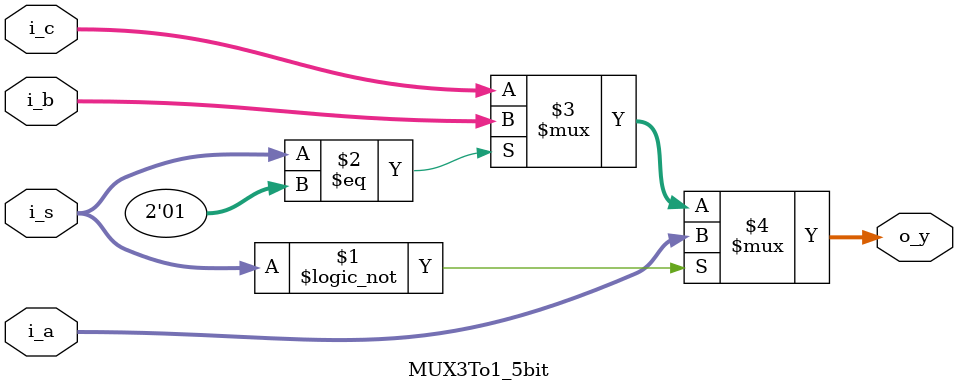
<source format=v>
module MUX2To1_4bit(
    input wire [3:0] i_a,
    input wire [3:0] i_b,
    input wire i_s,
    output wire [3:0] o_y
);
    assign o_y = i_s ? i_b : i_a;
endmodule

module MUX2To1_5bit(
    input wire [4:0] i_a,
    input wire [4:0] i_b,
    input wire i_s,
    output wire [4:0] o_y
);
    assign o_y = i_s ? i_b : i_a;
endmodule

module MUX4To1_5bit(
    input wire [4:0] i_a,
    input wire [4:0] i_b,
    input wire [4:0] i_c,
    input wire [4:0] i_d,
    input wire [1:0] i_s,
    output wire [4:0] o_y
);
    assign o_y = (i_s == 2'b00) ? i_a : (i_s == 2'b01) ? i_b : (i_s == 2'b10) ? i_c : i_d;

endmodule  

module MUX2To1_8bit(
    input wire [7:0] i_a,
    input wire [7:0] i_b,
    input wire i_s,
    output wire [7:0] o_y
);
    assign o_y = i_s ? i_b : i_a;
endmodule

module MUX2To1_16bit(
    input wire [15:0] i_a,
    input wire [15:0] i_b,
    input wire i_s,
    output wire [15:0] o_y
);
    assign o_y = i_s ? i_b : i_a;
endmodule

module MUX2To1_32bit(
    input wire [31:0] i_a,
    input wire [31:0] i_b,
    input wire i_s,
    output wire [31:0] o_y
);
    assign o_y = i_s ? i_b : i_a;
endmodule

module MUX4To1_32bit(
    input wire [31:0] i_a,
    input wire [31:0] i_b,
    input wire [31:0] i_c,
    input wire [31:0] i_d,
    input wire [1:0] i_s,
    output wire [31:0] o_y
);
    assign o_y = (i_s == 2'b00) ? i_a : (i_s == 2'b01) ? i_b : (i_s == 2'b10) ? i_c : i_d;

endmodule  

module MUX5To1_32bit(
    input wire [31:0] i_a,
    input wire [31:0] i_b,
    input wire [31:0] i_c,
    input wire [31:0] i_d,
    input wire [31:0] i_e,
    input wire [2:0] i_s,
    output wire [31:0] o_y
);
    assign o_y = (i_s == 3'b000) ? i_a : (i_s == 3'b001) ? i_b : (i_s == 3'b010) ? i_c : (i_s == 3'b011) ? i_d : i_e;

endmodule  

module MUX3To1_32bit(
    input wire [31:0] i_a,
    input wire [31:0] i_b,
    input wire [31:0] i_c,
    input wire [1:0] i_s,
    output wire [31:0] o_y
);
    assign o_y = (i_s == 2'b00) ? i_a : (i_s == 2'b01) ? i_b : i_c;

endmodule  

module MUX3To1_5bit(
    input wire [4:0] i_a,
    input wire [4:0] i_b,
    input wire [4:0] i_c,
    input wire [1:0] i_s,
    output wire [4:0] o_y
);
    assign o_y = (i_s == 2'b00) ? i_a : (i_s == 2'b01) ? i_b : i_c;

endmodule  
</source>
